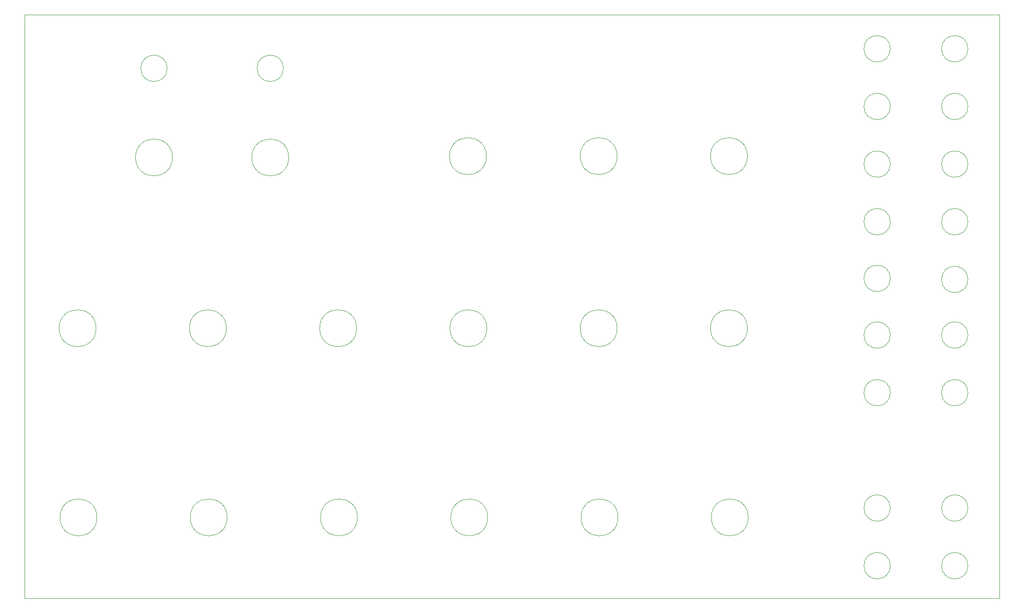
<source format=gbr>
%TF.GenerationSoftware,KiCad,Pcbnew,(6.0.10)*%
%TF.CreationDate,2023-02-08T13:12:10+00:00*%
%TF.ProjectId,frontpanel(1),66726f6e-7470-4616-9e65-6c2831292e6b,rev?*%
%TF.SameCoordinates,Original*%
%TF.FileFunction,Profile,NP*%
%FSLAX46Y46*%
G04 Gerber Fmt 4.6, Leading zero omitted, Abs format (unit mm)*
G04 Created by KiCad (PCBNEW (6.0.10)) date 2023-02-08 13:12:10*
%MOMM*%
%LPD*%
G01*
G04 APERTURE LIST*
%TA.AperFunction,Profile*%
%ADD10C,0.050000*%
%TD*%
G04 APERTURE END LIST*
D10*
X125195460Y-99246055D02*
G75*
G03*
X125195460Y-99246055I-3500000J0D01*
G01*
X100498085Y-99245900D02*
G75*
G03*
X100498085Y-99245900I-3500000J0D01*
G01*
X149892425Y-99245725D02*
G75*
G03*
X149892425Y-99245725I-3500000J0D01*
G01*
X75800915Y-99245742D02*
G75*
G03*
X75800915Y-99245742I-3500000J0D01*
G01*
X111322366Y-49965300D02*
G75*
G03*
X111322366Y-49965300I-2500000J0D01*
G01*
X125356107Y-135120844D02*
G75*
G03*
X125356107Y-135120844I-3500000J0D01*
G01*
X100658937Y-135120844D02*
G75*
G03*
X100658937Y-135120844I-3500000J0D01*
G01*
X150053277Y-135120844D02*
G75*
G03*
X150053277Y-135120844I-3500000J0D01*
G01*
X75961871Y-135120844D02*
G75*
G03*
X75961871Y-135120844I-3500000J0D01*
G01*
X226379767Y-133345440D02*
G75*
G03*
X226379767Y-133345440I-2500000J0D01*
G01*
X226379767Y-89796458D02*
G75*
G03*
X226379767Y-89796458I-2500000J0D01*
G01*
X112326300Y-66865500D02*
G75*
G03*
X112326300Y-66865500I-3500000J0D01*
G01*
X89279833Y-49965300D02*
G75*
G03*
X89279833Y-49965300I-2500000J0D01*
G01*
X241096800Y-89996120D02*
G75*
G03*
X241096800Y-89996120I-2500000J0D01*
G01*
X226379767Y-100533956D02*
G75*
G03*
X226379767Y-100533956I-2500000J0D01*
G01*
X226379767Y-68121800D02*
G75*
G03*
X226379767Y-68121800I-2500000J0D01*
G01*
X62234353Y-39789800D02*
X62234353Y-150457600D01*
X247061767Y-150457600D02*
X247061767Y-39789800D01*
X226379767Y-57184640D02*
G75*
G03*
X226379767Y-57184640I-2500000J0D01*
G01*
X247061767Y-39789800D02*
X62234353Y-39789800D01*
X241096800Y-79058960D02*
G75*
G03*
X241096800Y-79058960I-2500000J0D01*
G01*
X226379767Y-144282600D02*
G75*
G03*
X226379767Y-144282600I-2500000J0D01*
G01*
X226375600Y-46247476D02*
G75*
G03*
X226375600Y-46247476I-2500000J0D01*
G01*
X199286767Y-99246055D02*
G75*
G03*
X199286767Y-99246055I-3500000J0D01*
G01*
X241096800Y-100533956D02*
G75*
G03*
X241096800Y-100533956I-2500000J0D01*
G01*
X174750447Y-135120844D02*
G75*
G03*
X174750447Y-135120844I-3500000J0D01*
G01*
X174589595Y-66618618D02*
G75*
G03*
X174589595Y-66618618I-3500000J0D01*
G01*
X241096800Y-144282600D02*
G75*
G03*
X241096800Y-144282600I-2500000J0D01*
G01*
X241096800Y-57184640D02*
G75*
G03*
X241096800Y-57184640I-2500000J0D01*
G01*
X241096800Y-133345440D02*
G75*
G03*
X241096800Y-133345440I-2500000J0D01*
G01*
X199286767Y-66618618D02*
G75*
G03*
X199286767Y-66618618I-3500000J0D01*
G01*
X241096800Y-68121800D02*
G75*
G03*
X241096800Y-68121800I-2500000J0D01*
G01*
X226379767Y-111471120D02*
G75*
G03*
X226379767Y-111471120I-2500000J0D01*
G01*
X174589595Y-99246055D02*
G75*
G03*
X174589595Y-99246055I-3500000J0D01*
G01*
X199447619Y-135120844D02*
G75*
G03*
X199447619Y-135120844I-3500000J0D01*
G01*
X226379767Y-79058960D02*
G75*
G03*
X226379767Y-79058960I-2500000J0D01*
G01*
X90279100Y-66865500D02*
G75*
G03*
X90279100Y-66865500I-3500000J0D01*
G01*
X149805881Y-66618618D02*
G75*
G03*
X149805881Y-66618618I-3500000J0D01*
G01*
X62234353Y-150457600D02*
X247061767Y-150457600D01*
X241096800Y-46247476D02*
G75*
G03*
X241096800Y-46247476I-2500000J0D01*
G01*
X241096800Y-111471120D02*
G75*
G03*
X241096800Y-111471120I-2500000J0D01*
G01*
M02*

</source>
